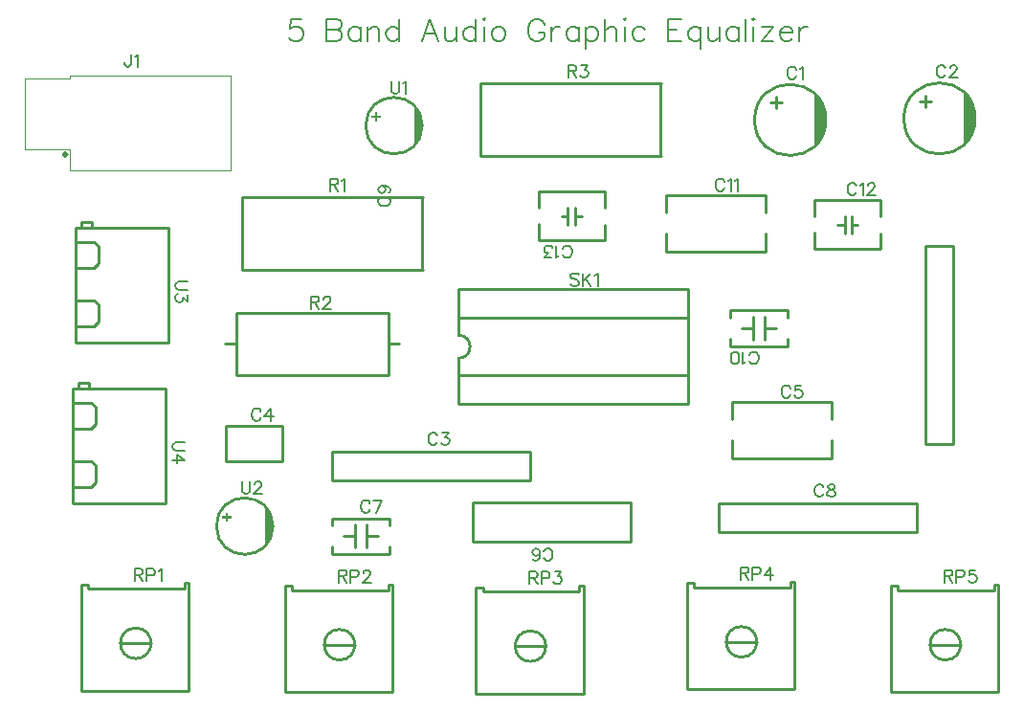
<source format=gto>
G04 Layer: TopSilkscreenLayer*
G04 EasyEDA v6.5.22, 2022-11-07 08:41:36*
G04 a0478566845a414f978cb9b688239593,4d8ab2db40884aeb91e54047068f32cb,10*
G04 Gerber Generator version 0.2*
G04 Scale: 100 percent, Rotated: No, Reflected: No *
G04 Dimensions in inches *
G04 leading zeros omitted , absolute positions ,3 integer and 6 decimal *
%FSLAX36Y36*%
%MOIN*%

%ADD10C,0.0080*%
%ADD11C,0.0060*%
%ADD12C,0.0100*%
%ADD13C,0.0047*%
%ADD14C,0.0118*%
%ADD15C,0.0168*%

%LPD*%
D10*
X1173599Y1655700D02*
G01*
X1137299Y1655700D01*
X1133599Y1623000D01*
X1137299Y1626599D01*
X1148199Y1630300D01*
X1159099Y1630300D01*
X1170000Y1626599D01*
X1177299Y1619400D01*
X1180900Y1608499D01*
X1180900Y1601199D01*
X1177299Y1590300D01*
X1170000Y1583000D01*
X1159099Y1579400D01*
X1148199Y1579400D01*
X1137299Y1583000D01*
X1133599Y1586599D01*
X1130000Y1593899D01*
X1260900Y1655700D02*
G01*
X1260900Y1579400D01*
X1260900Y1655700D02*
G01*
X1293599Y1655700D01*
X1304499Y1652100D01*
X1308199Y1648499D01*
X1311800Y1641199D01*
X1311800Y1633899D01*
X1308199Y1626599D01*
X1304499Y1623000D01*
X1293599Y1619400D01*
X1260900Y1619400D02*
G01*
X1293599Y1619400D01*
X1304499Y1615700D01*
X1308199Y1612100D01*
X1311800Y1604800D01*
X1311800Y1593899D01*
X1308199Y1586599D01*
X1304499Y1583000D01*
X1293599Y1579400D01*
X1260900Y1579400D01*
X1379499Y1630300D02*
G01*
X1379499Y1579400D01*
X1379499Y1619400D02*
G01*
X1372200Y1626599D01*
X1364899Y1630300D01*
X1353999Y1630300D01*
X1346700Y1626599D01*
X1339499Y1619400D01*
X1335799Y1608499D01*
X1335799Y1601199D01*
X1339499Y1590300D01*
X1346700Y1583000D01*
X1353999Y1579400D01*
X1364899Y1579400D01*
X1372200Y1583000D01*
X1379499Y1590300D01*
X1403500Y1630300D02*
G01*
X1403500Y1579400D01*
X1403500Y1615700D02*
G01*
X1414399Y1626599D01*
X1421599Y1630300D01*
X1432500Y1630300D01*
X1439799Y1626599D01*
X1443500Y1615700D01*
X1443500Y1579400D01*
X1511099Y1655700D02*
G01*
X1511099Y1579400D01*
X1511099Y1619400D02*
G01*
X1503800Y1626599D01*
X1496499Y1630300D01*
X1485600Y1630300D01*
X1478400Y1626599D01*
X1471099Y1619400D01*
X1467500Y1608499D01*
X1467500Y1601199D01*
X1471099Y1590300D01*
X1478400Y1583000D01*
X1485600Y1579400D01*
X1496499Y1579400D01*
X1503800Y1583000D01*
X1511099Y1590300D01*
X1620200Y1655700D02*
G01*
X1591099Y1579400D01*
X1620200Y1655700D02*
G01*
X1649300Y1579400D01*
X1601999Y1604800D02*
G01*
X1638400Y1604800D01*
X1673299Y1630300D02*
G01*
X1673299Y1593899D01*
X1676899Y1583000D01*
X1684200Y1579400D01*
X1695100Y1579400D01*
X1702399Y1583000D01*
X1713299Y1593899D01*
X1713299Y1630300D02*
G01*
X1713299Y1579400D01*
X1780900Y1655700D02*
G01*
X1780900Y1579400D01*
X1780900Y1619400D02*
G01*
X1773599Y1626599D01*
X1766400Y1630300D01*
X1755500Y1630300D01*
X1748199Y1626599D01*
X1740900Y1619400D01*
X1737299Y1608499D01*
X1737299Y1601199D01*
X1740900Y1590300D01*
X1748199Y1583000D01*
X1755500Y1579400D01*
X1766400Y1579400D01*
X1773599Y1583000D01*
X1780900Y1590300D01*
X1804899Y1655700D02*
G01*
X1808500Y1652100D01*
X1812200Y1655700D01*
X1808500Y1659400D01*
X1804899Y1655700D01*
X1808500Y1630300D02*
G01*
X1808500Y1579400D01*
X1854399Y1630300D02*
G01*
X1847100Y1626599D01*
X1839799Y1619400D01*
X1836199Y1608499D01*
X1836199Y1601199D01*
X1839799Y1590300D01*
X1847100Y1583000D01*
X1854399Y1579400D01*
X1865299Y1579400D01*
X1872500Y1583000D01*
X1879799Y1590300D01*
X1883500Y1601199D01*
X1883500Y1608499D01*
X1879799Y1619400D01*
X1872500Y1626599D01*
X1865299Y1630300D01*
X1854399Y1630300D01*
X2018000Y1637500D02*
G01*
X2014399Y1644800D01*
X2007100Y1652100D01*
X1999799Y1655700D01*
X1985299Y1655700D01*
X1978000Y1652100D01*
X1970699Y1644800D01*
X1967100Y1637500D01*
X1963500Y1626599D01*
X1963500Y1608499D01*
X1967100Y1597500D01*
X1970699Y1590300D01*
X1978000Y1583000D01*
X1985299Y1579400D01*
X1999799Y1579400D01*
X2007100Y1583000D01*
X2014399Y1590300D01*
X2018000Y1597500D01*
X2018000Y1608499D01*
X1999799Y1608499D02*
G01*
X2018000Y1608499D01*
X2041999Y1630300D02*
G01*
X2041999Y1579400D01*
X2041999Y1608499D02*
G01*
X2045600Y1619400D01*
X2052899Y1626599D01*
X2060200Y1630300D01*
X2071099Y1630300D01*
X2138699Y1630300D02*
G01*
X2138699Y1579400D01*
X2138699Y1619400D02*
G01*
X2131499Y1626599D01*
X2124200Y1630300D01*
X2113299Y1630300D01*
X2106000Y1626599D01*
X2098699Y1619400D01*
X2095100Y1608499D01*
X2095100Y1601199D01*
X2098699Y1590300D01*
X2106000Y1583000D01*
X2113299Y1579400D01*
X2124200Y1579400D01*
X2131499Y1583000D01*
X2138699Y1590300D01*
X2162700Y1630300D02*
G01*
X2162700Y1553899D01*
X2162700Y1619400D02*
G01*
X2170000Y1626599D01*
X2177299Y1630300D01*
X2188199Y1630300D01*
X2195500Y1626599D01*
X2202700Y1619400D01*
X2206400Y1608499D01*
X2206400Y1601199D01*
X2202700Y1590300D01*
X2195500Y1583000D01*
X2188199Y1579400D01*
X2177299Y1579400D01*
X2170000Y1583000D01*
X2162700Y1590300D01*
X2230399Y1655700D02*
G01*
X2230399Y1579400D01*
X2230399Y1615700D02*
G01*
X2241300Y1626599D01*
X2248500Y1630300D01*
X2259499Y1630300D01*
X2266700Y1626599D01*
X2270399Y1615700D01*
X2270399Y1579400D01*
X2294399Y1655700D02*
G01*
X2298000Y1652100D01*
X2301599Y1655700D01*
X2298000Y1659400D01*
X2294399Y1655700D01*
X2298000Y1630300D02*
G01*
X2298000Y1579400D01*
X2369300Y1619400D02*
G01*
X2361999Y1626599D01*
X2354700Y1630300D01*
X2343800Y1630300D01*
X2336499Y1626599D01*
X2329300Y1619400D01*
X2325600Y1608499D01*
X2325600Y1601199D01*
X2329300Y1590300D01*
X2336499Y1583000D01*
X2343800Y1579400D01*
X2354700Y1579400D01*
X2361999Y1583000D01*
X2369300Y1590300D01*
X2449300Y1655700D02*
G01*
X2449300Y1579400D01*
X2449300Y1655700D02*
G01*
X2496499Y1655700D01*
X2449300Y1619400D02*
G01*
X2478400Y1619400D01*
X2449300Y1579400D02*
G01*
X2496499Y1579400D01*
X2564200Y1630300D02*
G01*
X2564200Y1553899D01*
X2564200Y1619400D02*
G01*
X2556899Y1626599D01*
X2549600Y1630300D01*
X2538699Y1630300D01*
X2531499Y1626599D01*
X2524200Y1619400D01*
X2520500Y1608499D01*
X2520500Y1601199D01*
X2524200Y1590300D01*
X2531499Y1583000D01*
X2538699Y1579400D01*
X2549600Y1579400D01*
X2556899Y1583000D01*
X2564200Y1590300D01*
X2588199Y1630300D02*
G01*
X2588199Y1593899D01*
X2591800Y1583000D01*
X2599099Y1579400D01*
X2610000Y1579400D01*
X2617299Y1583000D01*
X2628199Y1593899D01*
X2628199Y1630300D02*
G01*
X2628199Y1579400D01*
X2695799Y1630300D02*
G01*
X2695799Y1579400D01*
X2695799Y1619400D02*
G01*
X2688500Y1626599D01*
X2681300Y1630300D01*
X2670399Y1630300D01*
X2663100Y1626599D01*
X2655799Y1619400D01*
X2652200Y1608499D01*
X2652200Y1601199D01*
X2655799Y1590300D01*
X2663100Y1583000D01*
X2670399Y1579400D01*
X2681300Y1579400D01*
X2688500Y1583000D01*
X2695799Y1590300D01*
X2719799Y1655700D02*
G01*
X2719799Y1579400D01*
X2743800Y1655700D02*
G01*
X2747500Y1652100D01*
X2751099Y1655700D01*
X2747500Y1659400D01*
X2743800Y1655700D01*
X2747500Y1630300D02*
G01*
X2747500Y1579400D01*
X2815100Y1630300D02*
G01*
X2775100Y1579400D01*
X2775100Y1630300D02*
G01*
X2815100Y1630300D01*
X2775100Y1579400D02*
G01*
X2815100Y1579400D01*
X2839099Y1608499D02*
G01*
X2882700Y1608499D01*
X2882700Y1615700D01*
X2879099Y1623000D01*
X2875500Y1626599D01*
X2868199Y1630300D01*
X2857299Y1630300D01*
X2850000Y1626599D01*
X2842700Y1619400D01*
X2839099Y1608499D01*
X2839099Y1601199D01*
X2842700Y1590300D01*
X2850000Y1583000D01*
X2857299Y1579400D01*
X2868199Y1579400D01*
X2875500Y1583000D01*
X2882700Y1590300D01*
X2906700Y1630300D02*
G01*
X2906700Y1579400D01*
X2906700Y1608499D02*
G01*
X2910399Y1619400D01*
X2917600Y1626599D01*
X2924899Y1630300D01*
X2935799Y1630300D01*
D11*
X2895699Y1480199D02*
G01*
X2893599Y1484299D01*
X2889499Y1488400D01*
X2885500Y1490399D01*
X2877299Y1490399D01*
X2873199Y1488400D01*
X2869099Y1484299D01*
X2866999Y1480199D01*
X2865000Y1474000D01*
X2865000Y1463800D01*
X2866999Y1457699D01*
X2869099Y1453600D01*
X2873199Y1449499D01*
X2877299Y1447500D01*
X2885500Y1447500D01*
X2889499Y1449499D01*
X2893599Y1453600D01*
X2895699Y1457699D01*
X2909200Y1482199D02*
G01*
X2913299Y1484299D01*
X2919399Y1490399D01*
X2919399Y1447500D01*
X3415699Y1485199D02*
G01*
X3413599Y1489299D01*
X3409499Y1493400D01*
X3405500Y1495399D01*
X3397299Y1495399D01*
X3393199Y1493400D01*
X3389099Y1489299D01*
X3386999Y1485199D01*
X3385000Y1479000D01*
X3385000Y1468800D01*
X3386999Y1462699D01*
X3389099Y1458600D01*
X3393199Y1454499D01*
X3397299Y1452500D01*
X3405500Y1452500D01*
X3409499Y1454499D01*
X3413599Y1458600D01*
X3415699Y1462699D01*
X3431199Y1485199D02*
G01*
X3431199Y1487199D01*
X3433299Y1491300D01*
X3435299Y1493400D01*
X3439399Y1495399D01*
X3447600Y1495399D01*
X3451700Y1493400D01*
X3453699Y1491300D01*
X3455799Y1487199D01*
X3455799Y1483099D01*
X3453699Y1479000D01*
X3449600Y1472899D01*
X3429200Y1452500D01*
X3457799Y1452500D01*
X1645699Y205199D02*
G01*
X1643599Y209299D01*
X1639499Y213400D01*
X1635500Y215399D01*
X1627299Y215399D01*
X1623199Y213400D01*
X1619099Y209299D01*
X1616999Y205199D01*
X1615000Y199000D01*
X1615000Y188800D01*
X1616999Y182699D01*
X1619099Y178600D01*
X1623199Y174499D01*
X1627299Y172500D01*
X1635500Y172500D01*
X1639499Y174499D01*
X1643599Y178600D01*
X1645699Y182699D01*
X1663299Y215399D02*
G01*
X1685799Y215399D01*
X1673500Y199000D01*
X1679600Y199000D01*
X1683699Y196999D01*
X1685799Y195000D01*
X1687799Y188800D01*
X1687799Y184699D01*
X1685799Y178600D01*
X1681700Y174499D01*
X1675500Y172500D01*
X1669399Y172500D01*
X1663299Y174499D01*
X1661199Y176500D01*
X1659200Y180599D01*
X2990699Y25199D02*
G01*
X2988599Y29299D01*
X2984499Y33400D01*
X2980500Y35399D01*
X2972299Y35399D01*
X2968199Y33400D01*
X2964099Y29299D01*
X2961999Y25199D01*
X2960000Y19000D01*
X2960000Y8800D01*
X2961999Y2699D01*
X2964099Y-1399D01*
X2968199Y-5500D01*
X2972299Y-7500D01*
X2980500Y-7500D01*
X2984499Y-5500D01*
X2988599Y-1399D01*
X2990699Y2699D01*
X3014399Y35399D02*
G01*
X3008299Y33400D01*
X3006199Y29299D01*
X3006199Y25199D01*
X3008299Y21100D01*
X3012399Y19000D01*
X3020500Y16999D01*
X3026700Y15000D01*
X3030799Y10900D01*
X3032799Y6799D01*
X3032799Y599D01*
X3030799Y-3499D01*
X3028699Y-5500D01*
X3022600Y-7500D01*
X3014399Y-7500D01*
X3008299Y-5500D01*
X3006199Y-3499D01*
X3004200Y599D01*
X3004200Y6799D01*
X3006199Y10900D01*
X3010299Y15000D01*
X3016499Y16999D01*
X3024600Y19000D01*
X3028699Y21100D01*
X3030799Y25199D01*
X3030799Y29299D01*
X3028699Y33400D01*
X3022600Y35399D01*
X3014399Y35399D01*
X1449399Y1036212D02*
G01*
X1445299Y1034113D01*
X1441199Y1030012D01*
X1439200Y1026012D01*
X1439200Y1017813D01*
X1441199Y1013712D01*
X1445299Y1009612D01*
X1449399Y1007512D01*
X1455600Y1005513D01*
X1465799Y1005513D01*
X1471899Y1007512D01*
X1476000Y1009612D01*
X1480100Y1013712D01*
X1482100Y1017813D01*
X1482100Y1026012D01*
X1480100Y1030012D01*
X1476000Y1034113D01*
X1471899Y1036212D01*
X1453500Y1076313D02*
G01*
X1459600Y1074212D01*
X1463699Y1070113D01*
X1465799Y1064013D01*
X1465799Y1062013D01*
X1463699Y1055812D01*
X1459600Y1051712D01*
X1453500Y1049713D01*
X1451499Y1049713D01*
X1445299Y1051712D01*
X1441199Y1055812D01*
X1439200Y1062013D01*
X1439200Y1064013D01*
X1441199Y1070113D01*
X1445299Y1074212D01*
X1453500Y1076313D01*
X1463699Y1076313D01*
X1473999Y1074212D01*
X1480100Y1070113D01*
X1482100Y1064013D01*
X1482100Y1059913D01*
X1480100Y1053813D01*
X1476000Y1051712D01*
X1030699Y290199D02*
G01*
X1028599Y294299D01*
X1024499Y298400D01*
X1020500Y300399D01*
X1012299Y300399D01*
X1008199Y298400D01*
X1004099Y294299D01*
X1001999Y290199D01*
X1000000Y284000D01*
X1000000Y273800D01*
X1001999Y267699D01*
X1004099Y263600D01*
X1008199Y259499D01*
X1012299Y257500D01*
X1020500Y257500D01*
X1024499Y259499D01*
X1028599Y263600D01*
X1030699Y267699D01*
X1064600Y300399D02*
G01*
X1044200Y271799D01*
X1074899Y271799D01*
X1064600Y300399D02*
G01*
X1064600Y257500D01*
X2875699Y370199D02*
G01*
X2873599Y374299D01*
X2869499Y378400D01*
X2865500Y380399D01*
X2857299Y380399D01*
X2853199Y378400D01*
X2849099Y374299D01*
X2846999Y370199D01*
X2845000Y364000D01*
X2845000Y353800D01*
X2846999Y347699D01*
X2849099Y343600D01*
X2853199Y339499D01*
X2857299Y337500D01*
X2865500Y337500D01*
X2869499Y339499D01*
X2873599Y343600D01*
X2875699Y347699D01*
X2913699Y380399D02*
G01*
X2893299Y380399D01*
X2891199Y361999D01*
X2893299Y364000D01*
X2899399Y366100D01*
X2905500Y366100D01*
X2911700Y364000D01*
X2915799Y360000D01*
X2917799Y353800D01*
X2917799Y349699D01*
X2915799Y343600D01*
X2911700Y339499D01*
X2905500Y337500D01*
X2899399Y337500D01*
X2893299Y339499D01*
X2891199Y341500D01*
X2889200Y345599D01*
X2645699Y1090199D02*
G01*
X2643599Y1094299D01*
X2639499Y1098400D01*
X2635500Y1100399D01*
X2627299Y1100399D01*
X2623199Y1098400D01*
X2619099Y1094299D01*
X2616999Y1090199D01*
X2615000Y1084000D01*
X2615000Y1073800D01*
X2616999Y1067699D01*
X2619099Y1063600D01*
X2623199Y1059499D01*
X2627299Y1057500D01*
X2635500Y1057500D01*
X2639499Y1059499D01*
X2643599Y1063600D01*
X2645699Y1067699D01*
X2659200Y1092199D02*
G01*
X2663299Y1094299D01*
X2669399Y1100399D01*
X2669399Y1057500D01*
X2682899Y1092199D02*
G01*
X2686999Y1094299D01*
X2693100Y1100399D01*
X2693100Y1057500D01*
X2016661Y-220199D02*
G01*
X2018761Y-224299D01*
X2022861Y-228400D01*
X2026862Y-230399D01*
X2035061Y-230399D01*
X2039161Y-228400D01*
X2043262Y-224299D01*
X2045361Y-220199D01*
X2047362Y-214000D01*
X2047362Y-203800D01*
X2045361Y-197699D01*
X2043262Y-193600D01*
X2039161Y-189499D01*
X2035061Y-187500D01*
X2026862Y-187500D01*
X2022861Y-189499D01*
X2018761Y-193600D01*
X2016661Y-197699D01*
X1978662Y-224299D02*
G01*
X1980662Y-228400D01*
X1986862Y-230399D01*
X1990861Y-230399D01*
X1997061Y-228400D01*
X2001162Y-222199D01*
X2003162Y-211999D01*
X2003162Y-201799D01*
X2001162Y-193600D01*
X1997061Y-189499D01*
X1990861Y-187500D01*
X1988861Y-187500D01*
X1982762Y-189499D01*
X1978662Y-193600D01*
X1976562Y-199699D01*
X1976562Y-201799D01*
X1978662Y-207899D01*
X1982762Y-211999D01*
X1988861Y-214000D01*
X1990861Y-214000D01*
X1997061Y-211999D01*
X2001162Y-207899D01*
X2003162Y-201799D01*
X1410699Y-29800D02*
G01*
X1408599Y-25700D01*
X1404499Y-21599D01*
X1400500Y-19600D01*
X1392299Y-19600D01*
X1388199Y-21599D01*
X1384099Y-25700D01*
X1381999Y-29800D01*
X1380000Y-35999D01*
X1380000Y-46199D01*
X1381999Y-52300D01*
X1384099Y-56399D01*
X1388199Y-60500D01*
X1392299Y-62500D01*
X1400500Y-62500D01*
X1404499Y-60500D01*
X1408599Y-56399D01*
X1410699Y-52300D01*
X1452799Y-19600D02*
G01*
X1432399Y-62500D01*
X1424200Y-19600D02*
G01*
X1452799Y-19600D01*
X2734300Y464800D02*
G01*
X2736400Y460700D01*
X2740500Y456599D01*
X2744499Y454600D01*
X2752700Y454600D01*
X2756800Y456599D01*
X2760900Y460700D01*
X2763000Y464800D01*
X2765000Y470999D01*
X2765000Y481199D01*
X2763000Y487300D01*
X2760900Y491399D01*
X2756800Y495500D01*
X2752700Y497500D01*
X2744499Y497500D01*
X2740500Y495500D01*
X2736400Y491399D01*
X2734300Y487300D01*
X2720799Y462800D02*
G01*
X2716700Y460700D01*
X2710600Y454600D01*
X2710600Y497500D01*
X2684799Y454600D02*
G01*
X2691000Y456599D01*
X2695000Y462800D01*
X2697100Y473000D01*
X2697100Y479099D01*
X2695000Y489400D01*
X2691000Y495500D01*
X2684799Y497500D01*
X2680699Y497500D01*
X2674600Y495500D01*
X2670500Y489400D01*
X2668500Y479099D01*
X2668500Y473000D01*
X2670500Y462800D01*
X2674600Y456599D01*
X2680699Y454600D01*
X2684799Y454600D01*
X3105694Y1075199D02*
G01*
X3103594Y1079299D01*
X3099494Y1083400D01*
X3095495Y1085399D01*
X3087295Y1085399D01*
X3083194Y1083400D01*
X3079094Y1079299D01*
X3076994Y1075199D01*
X3074994Y1069000D01*
X3074994Y1058800D01*
X3076994Y1052699D01*
X3079094Y1048600D01*
X3083194Y1044499D01*
X3087295Y1042500D01*
X3095495Y1042500D01*
X3099494Y1044499D01*
X3103594Y1048600D01*
X3105694Y1052699D01*
X3119194Y1077199D02*
G01*
X3123294Y1079299D01*
X3129395Y1085399D01*
X3129395Y1042500D01*
X3144994Y1075199D02*
G01*
X3144994Y1077199D01*
X3146994Y1081300D01*
X3148995Y1083400D01*
X3153095Y1085399D01*
X3161295Y1085399D01*
X3165394Y1083400D01*
X3167494Y1081300D01*
X3169494Y1077199D01*
X3169494Y1073099D01*
X3167494Y1069000D01*
X3163395Y1062899D01*
X3142894Y1042500D01*
X3171495Y1042500D01*
X2084305Y834800D02*
G01*
X2086405Y830700D01*
X2090505Y826599D01*
X2094504Y824600D01*
X2102704Y824600D01*
X2106805Y826599D01*
X2110905Y830700D01*
X2113005Y834800D01*
X2115005Y840999D01*
X2115005Y851199D01*
X2113005Y857300D01*
X2110905Y861399D01*
X2106805Y865500D01*
X2102704Y867500D01*
X2094504Y867500D01*
X2090505Y865500D01*
X2086405Y861399D01*
X2084305Y857300D01*
X2070805Y832800D02*
G01*
X2066705Y830700D01*
X2060604Y824600D01*
X2060604Y867500D01*
X2043005Y824600D02*
G01*
X2020505Y824600D01*
X2032804Y840999D01*
X2026604Y840999D01*
X2022505Y843000D01*
X2020505Y845000D01*
X2018504Y851199D01*
X2018504Y855300D01*
X2020505Y861399D01*
X2024605Y865500D01*
X2030704Y867500D01*
X2036904Y867500D01*
X2043005Y865500D01*
X2045005Y863499D01*
X2047105Y859400D01*
X578020Y1533470D02*
G01*
X578020Y1500770D01*
X575920Y1494569D01*
X573919Y1492570D01*
X569819Y1490569D01*
X565720Y1490569D01*
X561619Y1492570D01*
X559520Y1494569D01*
X557519Y1500770D01*
X557519Y1504870D01*
X591520Y1525270D02*
G01*
X595520Y1527370D01*
X601720Y1533470D01*
X601720Y1490569D01*
X1271298Y1100399D02*
G01*
X1271298Y1057500D01*
X1271298Y1100399D02*
G01*
X1289699Y1100399D01*
X1295798Y1098400D01*
X1297898Y1096300D01*
X1299898Y1092199D01*
X1299898Y1088099D01*
X1297898Y1084000D01*
X1295798Y1081999D01*
X1289699Y1080000D01*
X1271298Y1080000D01*
X1285599Y1080000D02*
G01*
X1299898Y1057500D01*
X1313398Y1092199D02*
G01*
X1317498Y1094299D01*
X1323698Y1100399D01*
X1323698Y1057500D01*
X2101298Y1495399D02*
G01*
X2101298Y1452500D01*
X2101298Y1495399D02*
G01*
X2119699Y1495399D01*
X2125798Y1493400D01*
X2127898Y1491300D01*
X2129898Y1487199D01*
X2129898Y1483099D01*
X2127898Y1479000D01*
X2125798Y1476999D01*
X2119699Y1475000D01*
X2101298Y1475000D01*
X2115599Y1475000D02*
G01*
X2129898Y1452500D01*
X2147498Y1495399D02*
G01*
X2169998Y1495399D01*
X2157799Y1479000D01*
X2163899Y1479000D01*
X2167999Y1476999D01*
X2169998Y1475000D01*
X2172098Y1468800D01*
X2172098Y1464699D01*
X2169998Y1458600D01*
X2165898Y1454499D01*
X2159799Y1452500D01*
X2153698Y1452500D01*
X2147498Y1454499D01*
X2145499Y1456500D01*
X2143398Y1460599D01*
X1205511Y690399D02*
G01*
X1205511Y647500D01*
X1205511Y690399D02*
G01*
X1223912Y690399D01*
X1230011Y688400D01*
X1232111Y686300D01*
X1234111Y682199D01*
X1234111Y678099D01*
X1232111Y674000D01*
X1230011Y671999D01*
X1223912Y670000D01*
X1205511Y670000D01*
X1219812Y670000D02*
G01*
X1234111Y647500D01*
X1249711Y680199D02*
G01*
X1249711Y682199D01*
X1251711Y686300D01*
X1253811Y688400D01*
X1257911Y690399D01*
X1266012Y690399D01*
X1270111Y688400D01*
X1272211Y686300D01*
X1274211Y682199D01*
X1274211Y678099D01*
X1272211Y674000D01*
X1268112Y667899D01*
X1247611Y647500D01*
X1276311Y647500D01*
X591574Y-258706D02*
G01*
X591574Y-301606D01*
X591574Y-258706D02*
G01*
X609974Y-258706D01*
X616075Y-260707D01*
X618175Y-262806D01*
X620174Y-266907D01*
X620174Y-271006D01*
X618175Y-275106D01*
X616075Y-277107D01*
X609974Y-279106D01*
X591574Y-279106D01*
X605875Y-279106D02*
G01*
X620174Y-301606D01*
X633674Y-258706D02*
G01*
X633674Y-301606D01*
X633674Y-258706D02*
G01*
X652074Y-258706D01*
X658274Y-260707D01*
X660275Y-262806D01*
X662375Y-266907D01*
X662375Y-273006D01*
X660275Y-277107D01*
X658274Y-279106D01*
X652074Y-281206D01*
X633674Y-281206D01*
X675875Y-266907D02*
G01*
X679974Y-264807D01*
X686075Y-258706D01*
X686075Y-301606D01*
X1301575Y-263706D02*
G01*
X1301575Y-306606D01*
X1301575Y-263706D02*
G01*
X1319975Y-263706D01*
X1326075Y-265707D01*
X1328175Y-267806D01*
X1330174Y-271907D01*
X1330174Y-276006D01*
X1328175Y-280106D01*
X1326075Y-282107D01*
X1319975Y-284106D01*
X1301575Y-284106D01*
X1315874Y-284106D02*
G01*
X1330174Y-306606D01*
X1343675Y-263706D02*
G01*
X1343675Y-306606D01*
X1343675Y-263706D02*
G01*
X1362075Y-263706D01*
X1368275Y-265707D01*
X1370275Y-267806D01*
X1372375Y-271907D01*
X1372375Y-278006D01*
X1370275Y-282107D01*
X1368275Y-284106D01*
X1362075Y-286206D01*
X1343675Y-286206D01*
X1387875Y-273906D02*
G01*
X1387875Y-271907D01*
X1389975Y-267806D01*
X1391975Y-265707D01*
X1396075Y-263706D01*
X1404274Y-263706D01*
X1408374Y-265707D01*
X1410375Y-267806D01*
X1412475Y-271907D01*
X1412475Y-276006D01*
X1410375Y-280106D01*
X1406274Y-286206D01*
X1385874Y-306606D01*
X1414475Y-306606D01*
X1966575Y-268706D02*
G01*
X1966575Y-311606D01*
X1966575Y-268706D02*
G01*
X1984975Y-268706D01*
X1991075Y-270707D01*
X1993175Y-272806D01*
X1995174Y-276907D01*
X1995174Y-281006D01*
X1993175Y-285106D01*
X1991075Y-287107D01*
X1984975Y-289106D01*
X1966575Y-289106D01*
X1980874Y-289106D02*
G01*
X1995174Y-311606D01*
X2008675Y-268706D02*
G01*
X2008675Y-311606D01*
X2008675Y-268706D02*
G01*
X2027075Y-268706D01*
X2033275Y-270707D01*
X2035275Y-272806D01*
X2037375Y-276907D01*
X2037375Y-283006D01*
X2035275Y-287107D01*
X2033275Y-289106D01*
X2027075Y-291206D01*
X2008675Y-291206D01*
X2054975Y-268706D02*
G01*
X2077475Y-268706D01*
X2065174Y-285106D01*
X2071274Y-285106D01*
X2075375Y-287107D01*
X2077475Y-289106D01*
X2079475Y-295306D01*
X2079475Y-299407D01*
X2077475Y-305506D01*
X2073374Y-309607D01*
X2067174Y-311606D01*
X2061075Y-311606D01*
X2054975Y-309607D01*
X2052875Y-307606D01*
X2050874Y-303506D01*
X2701575Y-253706D02*
G01*
X2701575Y-296606D01*
X2701575Y-253706D02*
G01*
X2719975Y-253706D01*
X2726075Y-255707D01*
X2728175Y-257806D01*
X2730174Y-261907D01*
X2730174Y-266006D01*
X2728175Y-270106D01*
X2726075Y-272107D01*
X2719975Y-274106D01*
X2701575Y-274106D01*
X2715874Y-274106D02*
G01*
X2730174Y-296606D01*
X2743675Y-253706D02*
G01*
X2743675Y-296606D01*
X2743675Y-253706D02*
G01*
X2762075Y-253706D01*
X2768275Y-255707D01*
X2770275Y-257806D01*
X2772375Y-261907D01*
X2772375Y-268006D01*
X2770275Y-272107D01*
X2768275Y-274106D01*
X2762075Y-276206D01*
X2743675Y-276206D01*
X2806274Y-253706D02*
G01*
X2785874Y-282307D01*
X2816575Y-282307D01*
X2806274Y-253706D02*
G01*
X2806274Y-296606D01*
X3411575Y-263706D02*
G01*
X3411575Y-306606D01*
X3411575Y-263706D02*
G01*
X3429975Y-263706D01*
X3436075Y-265707D01*
X3438175Y-267806D01*
X3440174Y-271907D01*
X3440174Y-276006D01*
X3438175Y-280106D01*
X3436075Y-282107D01*
X3429975Y-284106D01*
X3411575Y-284106D01*
X3425874Y-284106D02*
G01*
X3440174Y-306606D01*
X3453675Y-263706D02*
G01*
X3453675Y-306606D01*
X3453675Y-263706D02*
G01*
X3472075Y-263706D01*
X3478275Y-265707D01*
X3480275Y-267806D01*
X3482375Y-271907D01*
X3482375Y-278006D01*
X3480275Y-282107D01*
X3478275Y-284106D01*
X3472075Y-286206D01*
X3453675Y-286206D01*
X3520375Y-263706D02*
G01*
X3499975Y-263706D01*
X3497875Y-282107D01*
X3499975Y-280106D01*
X3506075Y-278006D01*
X3512174Y-278006D01*
X3518374Y-280106D01*
X3522475Y-284106D01*
X3524475Y-290306D01*
X3524475Y-294407D01*
X3522475Y-300506D01*
X3518374Y-304607D01*
X3512174Y-306606D01*
X3506075Y-306606D01*
X3499975Y-304607D01*
X3497875Y-302606D01*
X3495874Y-298506D01*
X2138599Y764299D02*
G01*
X2134499Y768400D01*
X2128400Y770399D01*
X2120200Y770399D01*
X2114099Y768400D01*
X2110000Y764299D01*
X2110000Y760199D01*
X2111999Y756100D01*
X2114099Y754000D01*
X2118199Y751999D01*
X2130500Y747899D01*
X2134499Y745900D01*
X2136599Y743800D01*
X2138599Y739699D01*
X2138599Y733600D01*
X2134499Y729499D01*
X2128400Y727500D01*
X2120200Y727500D01*
X2114099Y729499D01*
X2110000Y733600D01*
X2152100Y770399D02*
G01*
X2152100Y727500D01*
X2180799Y770399D02*
G01*
X2152100Y741799D01*
X2162399Y751999D02*
G01*
X2180799Y727500D01*
X2194300Y762199D02*
G01*
X2198400Y764299D01*
X2204499Y770399D01*
X2204499Y727500D01*
X1485000Y1440399D02*
G01*
X1485000Y1409699D01*
X1486999Y1403600D01*
X1491099Y1399499D01*
X1497299Y1397500D01*
X1501400Y1397500D01*
X1507500Y1399499D01*
X1511599Y1403600D01*
X1513599Y1409699D01*
X1513599Y1440399D01*
X1527100Y1432199D02*
G01*
X1531199Y1434299D01*
X1537399Y1440399D01*
X1537399Y1397500D01*
X965000Y45399D02*
G01*
X965000Y14699D01*
X966999Y8600D01*
X971099Y4499D01*
X977299Y2500D01*
X981400Y2500D01*
X987500Y4499D01*
X991599Y8600D01*
X993599Y14699D01*
X993599Y45399D01*
X1009200Y35199D02*
G01*
X1009200Y37199D01*
X1011199Y41300D01*
X1013299Y43400D01*
X1017399Y45399D01*
X1025500Y45399D01*
X1029600Y43400D01*
X1031700Y41300D01*
X1033699Y37199D01*
X1033699Y33099D01*
X1031700Y29000D01*
X1027600Y22899D01*
X1007100Y2500D01*
X1035799Y2500D01*
X776500Y741496D02*
G01*
X745801Y741496D01*
X739701Y739497D01*
X735601Y735396D01*
X733600Y729196D01*
X733600Y725097D01*
X735601Y718996D01*
X739701Y714897D01*
X745801Y712896D01*
X776500Y712896D01*
X776500Y695297D02*
G01*
X776500Y672797D01*
X760101Y684996D01*
X760101Y678897D01*
X758101Y674796D01*
X756100Y672797D01*
X749900Y670697D01*
X745801Y670697D01*
X739701Y672797D01*
X735601Y676896D01*
X733600Y682997D01*
X733600Y689097D01*
X735601Y695297D01*
X737600Y697296D01*
X741700Y699396D01*
X766500Y181496D02*
G01*
X735801Y181496D01*
X729701Y179497D01*
X725601Y175396D01*
X723600Y169196D01*
X723600Y165097D01*
X725601Y158996D01*
X729701Y154897D01*
X735801Y152896D01*
X766500Y152896D01*
X766500Y118897D02*
G01*
X737901Y139396D01*
X737901Y108697D01*
X766500Y118897D02*
G01*
X723600Y118897D01*
G36*
X2960000Y1395000D02*
G01*
X2960000Y1215000D01*
X2964520Y1219300D01*
X2968820Y1223820D01*
X2972880Y1228560D01*
X2976680Y1233520D01*
X2980240Y1238640D01*
X2983519Y1243960D01*
X2986520Y1249420D01*
X2989240Y1255040D01*
X2991660Y1260800D01*
X2993780Y1266660D01*
X2995600Y1272640D01*
X2997120Y1278680D01*
X2998300Y1284820D01*
X2999180Y1290980D01*
X2999740Y1297200D01*
X2999980Y1303440D01*
X2999900Y1309680D01*
X2999500Y1315900D01*
X2998780Y1322100D01*
X2997740Y1328260D01*
X2997120Y1331320D01*
X2995600Y1337360D01*
X2993780Y1343340D01*
X2991660Y1349199D01*
X2989240Y1354960D01*
X2986520Y1360580D01*
X2983519Y1366040D01*
X2980240Y1371360D01*
X2976680Y1376480D01*
X2972880Y1381440D01*
X2968820Y1386180D01*
X2964520Y1390700D01*
G37*
G36*
X3480000Y1400000D02*
G01*
X3480000Y1220000D01*
X3484520Y1224300D01*
X3488820Y1228820D01*
X3492880Y1233560D01*
X3496680Y1238520D01*
X3500240Y1243640D01*
X3503519Y1248960D01*
X3506520Y1254420D01*
X3509240Y1260040D01*
X3511660Y1265800D01*
X3513780Y1271660D01*
X3515600Y1277640D01*
X3517120Y1283680D01*
X3518300Y1289820D01*
X3519180Y1295980D01*
X3519740Y1302200D01*
X3519980Y1308440D01*
X3519900Y1314680D01*
X3519500Y1320900D01*
X3518780Y1327100D01*
X3517740Y1333260D01*
X3517120Y1336320D01*
X3515600Y1342360D01*
X3513780Y1348340D01*
X3511660Y1354199D01*
X3509240Y1359960D01*
X3506520Y1365580D01*
X3503519Y1371040D01*
X3500240Y1376360D01*
X3496680Y1381480D01*
X3492880Y1386440D01*
X3488820Y1391180D01*
X3484520Y1395700D01*
G37*
G36*
X1564600Y1354600D02*
G01*
X1564600Y1215400D01*
X1568460Y1219480D01*
X1572080Y1223800D01*
X1575440Y1228300D01*
X1578560Y1232980D01*
X1581380Y1237820D01*
X1583940Y1242840D01*
X1586200Y1247980D01*
X1588160Y1253260D01*
X1589040Y1255920D01*
X1590540Y1261340D01*
X1591740Y1266840D01*
X1592620Y1272380D01*
X1593180Y1277980D01*
X1593420Y1283600D01*
X1593340Y1289220D01*
X1592940Y1294820D01*
X1592220Y1300400D01*
X1591180Y1305920D01*
X1589820Y1311380D01*
X1589040Y1314079D01*
X1587220Y1319400D01*
X1585100Y1324600D01*
X1582700Y1329680D01*
X1580000Y1334620D01*
X1577040Y1339379D01*
X1573800Y1343980D01*
X1570300Y1348380D01*
X1566560Y1352580D01*
G37*
G36*
X1416260Y1320440D02*
G01*
X1416260Y1312560D01*
X1447760Y1312560D01*
X1447760Y1320440D01*
G37*
G36*
X1428080Y1332240D02*
G01*
X1428080Y1300740D01*
X1435940Y1300740D01*
X1435940Y1332240D01*
G37*
G36*
X1044599Y-40400D02*
G01*
X1044599Y-179600D01*
X1048460Y-175520D01*
X1052080Y-171200D01*
X1055440Y-166700D01*
X1058560Y-162020D01*
X1061380Y-157180D01*
X1063940Y-152160D01*
X1066200Y-147020D01*
X1068160Y-141740D01*
X1069040Y-139080D01*
X1070540Y-133660D01*
X1071740Y-128160D01*
X1072620Y-122620D01*
X1073180Y-117020D01*
X1073420Y-111400D01*
X1073340Y-105780D01*
X1072940Y-100180D01*
X1072220Y-94600D01*
X1071180Y-89080D01*
X1069820Y-83620D01*
X1069040Y-80920D01*
X1067220Y-75600D01*
X1065100Y-70400D01*
X1062700Y-65320D01*
X1060000Y-60380D01*
X1057040Y-55620D01*
X1053800Y-51020D01*
X1050300Y-46620D01*
X1046560Y-42420D01*
G37*
G36*
X896260Y-74560D02*
G01*
X896260Y-82440D01*
X927760Y-82440D01*
X927760Y-74560D01*
G37*
G36*
X908080Y-62760D02*
G01*
X908080Y-94260D01*
X915939Y-94260D01*
X915939Y-62760D01*
G37*
D12*
X2825000Y1385000D02*
G01*
X2825000Y1345000D01*
X2805000Y1365000D02*
G01*
X2845000Y1365000D01*
X3345000Y1390000D02*
G01*
X3345000Y1350000D01*
X3325000Y1370000D02*
G01*
X3365000Y1370000D01*
X1280511Y149211D02*
G01*
X1969486Y149211D01*
X1969486Y50788D02*
G01*
X1280511Y50785D01*
X1280511Y149211D02*
G01*
X1280511Y50785D01*
X1969486Y149211D02*
G01*
X1969486Y50788D01*
X2625511Y-30788D02*
G01*
X3314486Y-30788D01*
X3314486Y-129211D02*
G01*
X2625511Y-129214D01*
X2625511Y-30788D02*
G01*
X2625511Y-129214D01*
X3314486Y-30788D02*
G01*
X3314486Y-129211D01*
X3345789Y175511D02*
G01*
X3345789Y864486D01*
X3444210Y864486D02*
G01*
X3444214Y175511D01*
X3345789Y175511D02*
G01*
X3444214Y175511D01*
X3345789Y864486D02*
G01*
X3444210Y864486D01*
X910000Y240000D02*
G01*
X1105000Y240000D01*
X1105000Y115000D01*
X910000Y115000D01*
X910000Y240000D01*
X2671772Y323425D02*
G01*
X3018227Y323425D01*
X2671772Y126574D02*
G01*
X3018227Y126574D01*
X2671772Y323425D02*
G01*
X2671772Y261426D01*
X2671772Y188573D02*
G01*
X2671772Y126574D01*
X3018227Y323425D02*
G01*
X3018227Y261426D01*
X3018227Y188573D02*
G01*
X3018227Y126574D01*
X2441772Y1043425D02*
G01*
X2788227Y1043425D01*
X2441772Y846574D02*
G01*
X2788227Y846574D01*
X2441772Y1043425D02*
G01*
X2441772Y981426D01*
X2441772Y908573D02*
G01*
X2441772Y846574D01*
X2788227Y1043425D02*
G01*
X2788227Y981426D01*
X2788227Y908573D02*
G01*
X2788227Y846574D01*
X1769408Y-163897D02*
G01*
X1769408Y-26104D01*
X2320591Y-26104D02*
G01*
X1769408Y-26104D01*
X2320591Y-163897D02*
G01*
X2320591Y-26104D01*
X2320591Y-163897D02*
G01*
X1769408Y-163897D01*
X1280000Y-108341D02*
G01*
X1280000Y-82402D01*
X1479606Y-82402D01*
X1480000Y-181658D02*
G01*
X1480000Y-207597D01*
X1280000Y-207597D01*
X1280000Y-181658D01*
X1480000Y-82402D02*
G01*
X1480000Y-108341D01*
X1320000Y-145000D02*
G01*
X1360000Y-145000D01*
X1360000Y-105000D01*
X1360000Y-145000D02*
G01*
X1360000Y-185000D01*
X1440000Y-145000D02*
G01*
X1400000Y-145000D01*
X1400000Y-105000D02*
G01*
X1400000Y-185000D01*
X2865000Y543341D02*
G01*
X2865000Y517402D01*
X2665393Y517402D01*
X2665000Y616658D02*
G01*
X2665000Y642597D01*
X2865000Y642597D01*
X2865000Y616658D01*
X2665000Y517402D02*
G01*
X2665000Y543341D01*
X2825000Y580000D02*
G01*
X2785000Y580000D01*
X2785000Y540000D01*
X2785000Y580000D02*
G01*
X2785000Y620000D01*
X2705000Y580000D02*
G01*
X2745000Y580000D01*
X2745000Y540000D02*
G01*
X2745000Y620000D01*
X3089994Y939998D02*
G01*
X3109994Y939998D01*
X3059994Y940001D02*
G01*
X3039994Y940001D01*
X3064994Y970000D02*
G01*
X3064994Y910000D01*
X3089994Y970000D02*
G01*
X3089994Y910000D01*
X3189994Y910000D02*
G01*
X3189994Y860000D01*
X3189994Y855000D01*
X2959994Y855000D01*
X2959994Y911802D01*
X2959994Y970000D02*
G01*
X2959994Y1020000D01*
X2959994Y1025000D01*
X3189994Y1025000D01*
X3189994Y968197D01*
X2100005Y970001D02*
G01*
X2080005Y970001D01*
X2130005Y969998D02*
G01*
X2150005Y969998D01*
X2125005Y940000D02*
G01*
X2125005Y1000000D01*
X2100005Y940000D02*
G01*
X2100005Y1000000D01*
X2000005Y1000000D02*
G01*
X2000005Y1050000D01*
X2000005Y1055000D01*
X2230005Y1055000D01*
X2230005Y998197D01*
X2230005Y940000D02*
G01*
X2230005Y890000D01*
X2230005Y885000D01*
X2000005Y885000D01*
X2000005Y941802D01*
D13*
X210019Y1448870D02*
G01*
X367519Y1448870D01*
X367519Y1460670D01*
X925219Y1460670D01*
X925219Y1128470D01*
X367519Y1128470D01*
X367519Y1203969D01*
X210019Y1203969D01*
X210019Y1448870D01*
D12*
X1594368Y1035983D02*
G01*
X1594368Y784016D01*
X965038Y784016D02*
G01*
X1594960Y784016D01*
X965038Y1035983D02*
G01*
X1594960Y1035983D01*
X965038Y1035983D02*
G01*
X965038Y784016D01*
X2424368Y1430983D02*
G01*
X2424368Y1179016D01*
X1795038Y1179016D02*
G01*
X2424960Y1179016D01*
X1795038Y1430983D02*
G01*
X2424960Y1430983D01*
X1795038Y1430983D02*
G01*
X1795038Y1179016D01*
X1513891Y525000D02*
G01*
X1475000Y525000D01*
X906108Y525000D02*
G01*
X945000Y525000D01*
X945000Y416732D02*
G01*
X1475000Y416732D01*
X945000Y633267D02*
G01*
X1475000Y633267D01*
X945000Y633267D02*
G01*
X945000Y416732D01*
X1475000Y633267D02*
G01*
X1475000Y416732D01*
X405000Y-313306D02*
G01*
X405000Y-683306D01*
X780000Y-683306D01*
X780000Y-308306D01*
X765000Y-308306D01*
X765000Y-328306D01*
X430000Y-328306D01*
X430000Y-313306D01*
X405000Y-313306D01*
X648285Y-517988D02*
G01*
X541574Y-517988D01*
X1115000Y-318306D02*
G01*
X1115000Y-688306D01*
X1490000Y-688306D01*
X1490000Y-313306D01*
X1475000Y-313306D01*
X1475000Y-333306D01*
X1140000Y-333306D01*
X1140000Y-318306D01*
X1115000Y-318306D01*
X1358285Y-522988D02*
G01*
X1251575Y-522988D01*
X1780000Y-323306D02*
G01*
X1780000Y-693306D01*
X2155000Y-693306D01*
X2155000Y-318306D01*
X2140000Y-318306D01*
X2140000Y-338306D01*
X1805000Y-338306D01*
X1805000Y-323306D01*
X1780000Y-323306D01*
X2023285Y-527988D02*
G01*
X1916575Y-527988D01*
X2515000Y-308306D02*
G01*
X2515000Y-678306D01*
X2890000Y-678306D01*
X2890000Y-303306D01*
X2875000Y-303306D01*
X2875000Y-323306D01*
X2540000Y-323306D01*
X2540000Y-308306D01*
X2515000Y-308306D01*
X2758285Y-512988D02*
G01*
X2651575Y-512988D01*
X3225000Y-318306D02*
G01*
X3225000Y-688306D01*
X3600000Y-688306D01*
X3600000Y-313306D01*
X3585000Y-313306D01*
X3585000Y-333306D01*
X3250000Y-333306D01*
X3250000Y-318306D01*
X3225000Y-318306D01*
X3468285Y-522988D02*
G01*
X3361575Y-522988D01*
X2520000Y715000D02*
G01*
X1720000Y715000D01*
X1720000Y315000D02*
G01*
X2520000Y315000D01*
X2520000Y715000D02*
G01*
X2520000Y615000D01*
X1720000Y715000D02*
G01*
X1720000Y615000D01*
X1720000Y315000D02*
G01*
X1720000Y415000D01*
X1720000Y615000D02*
G01*
X2520000Y615000D01*
X1720000Y615000D02*
G01*
X1720000Y555000D01*
X2520000Y615000D02*
G01*
X2520000Y415000D01*
X1720000Y415000D02*
G01*
X2520000Y415000D01*
X1720000Y415000D02*
G01*
X1720000Y475000D01*
X2520000Y415000D02*
G01*
X2520000Y315000D01*
X387519Y677042D02*
G01*
X450219Y677042D01*
X465019Y662242D01*
X465019Y602242D01*
X450019Y587242D01*
X387519Y587242D01*
X387519Y930000D02*
G01*
X387519Y530000D01*
X387501Y879796D02*
G01*
X450201Y879796D01*
X465001Y864996D01*
X465001Y804996D01*
X450001Y789996D01*
X387501Y789996D01*
X710354Y530000D02*
G01*
X387519Y530000D01*
X710354Y930000D02*
G01*
X710354Y530000D01*
X710354Y930000D02*
G01*
X387519Y930000D01*
X442640Y950466D02*
G01*
X442640Y930776D01*
X407211Y930776D01*
X407211Y950466D01*
X442640Y950466D01*
X377519Y117042D02*
G01*
X440219Y117042D01*
X455019Y102242D01*
X455019Y42242D01*
X440019Y27242D01*
X377519Y27242D01*
X377519Y370000D02*
G01*
X377519Y-30000D01*
X377501Y319796D02*
G01*
X440201Y319796D01*
X455001Y304996D01*
X455001Y244996D01*
X440001Y229996D01*
X377501Y229996D01*
X700354Y-30000D02*
G01*
X377519Y-30000D01*
X700354Y370000D02*
G01*
X700354Y-30000D01*
X700354Y370000D02*
G01*
X377519Y370000D01*
X432640Y390466D02*
G01*
X432640Y370776D01*
X397211Y370776D01*
X397211Y390466D01*
X432640Y390466D01*
G75*
G01*
X594975Y-464689D02*
G03*
X595975Y-464689I500J-53284D01*
G75*
G01*
X1304975Y-469689D02*
G03*
X1305975Y-469689I500J-53284D01*
G75*
G01*
X1969975Y-474689D02*
G03*
X1970975Y-474689I500J-53284D01*
G75*
G01*
X2704975Y-459689D02*
G03*
X2705975Y-459689I500J-53284D01*
G75*
G01*
X3414975Y-469689D02*
G03*
X3415975Y-469689I500J-53284D01*
G75*
G01*
X1720001Y555000D02*
G02*
X1720001Y475000I0J-40000D01*
G75*
G01
X2999000Y1305000D02*
G03X2999000Y1305000I-124000J0D01*
G75*
G01
X3519000Y1310000D02*
G03X3519000Y1310000I-124000J0D01*
D14*
G75*
G01
X355910Y1185000D02*
G03X355910Y1185000I-5910J0D01*
D12*
G75*
G01
X1593430Y1285000D02*
G03X1593430Y1285000I-98430J0D01*
G75*
G01
X1073430Y-110000D02*
G03X1073430Y-110000I-98430J0D01*
M02*

</source>
